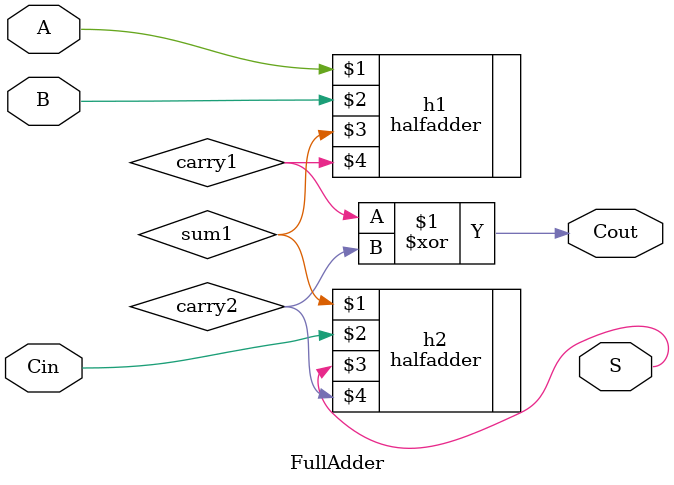
<source format=v>

module FullAdder(A,B,Cin,S,Cout);

    input A,B,Cin;
    output S,Cout;

    wire sum1;       // output sum of 1 st half adder
    wire carry1;     // output carry of 1st half adder
    wire carry2;     // output carry of 2nd half adder 

    // output sum of 2nd half adder is the output sum of the full adder
    // output carry is the OR of the carry output of half adder 1 and half adder 2

    halfadder h1(A,B,sum1,carry1);
    halfadder h2(sum1,Cin,S,carry2);

    xor(Cout, carry1, carry2);

endmodule



</source>
